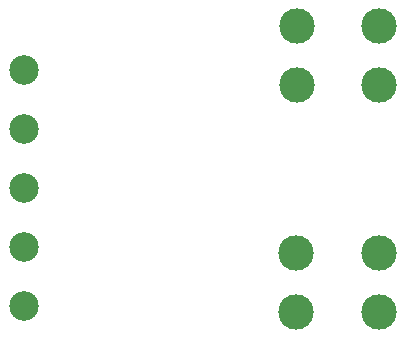
<source format=gbs>
G04*
G04 #@! TF.GenerationSoftware,Altium Limited,Altium Designer,20.1.14 (287)*
G04*
G04 Layer_Color=16711935*
%FSAX25Y25*%
%MOIN*%
G70*
G04*
G04 #@! TF.SameCoordinates,0E288BC8-C536-4CC5-9AEF-3088BE1C8A18*
G04*
G04*
G04 #@! TF.FilePolarity,Negative*
G04*
G01*
G75*
%ADD37C,0.11824*%
%ADD38C,0.09855*%
D37*
X0128201Y0091158D02*
D03*
Y0110843D02*
D03*
X0155799Y0091158D02*
D03*
Y0110843D02*
D03*
X0128000Y0015315D02*
D03*
Y0035000D02*
D03*
X0155598Y0015315D02*
D03*
Y0035000D02*
D03*
D38*
X0037500Y0037130D02*
D03*
Y0017445D02*
D03*
Y0056815D02*
D03*
Y0076500D02*
D03*
Y0096185D02*
D03*
M02*

</source>
